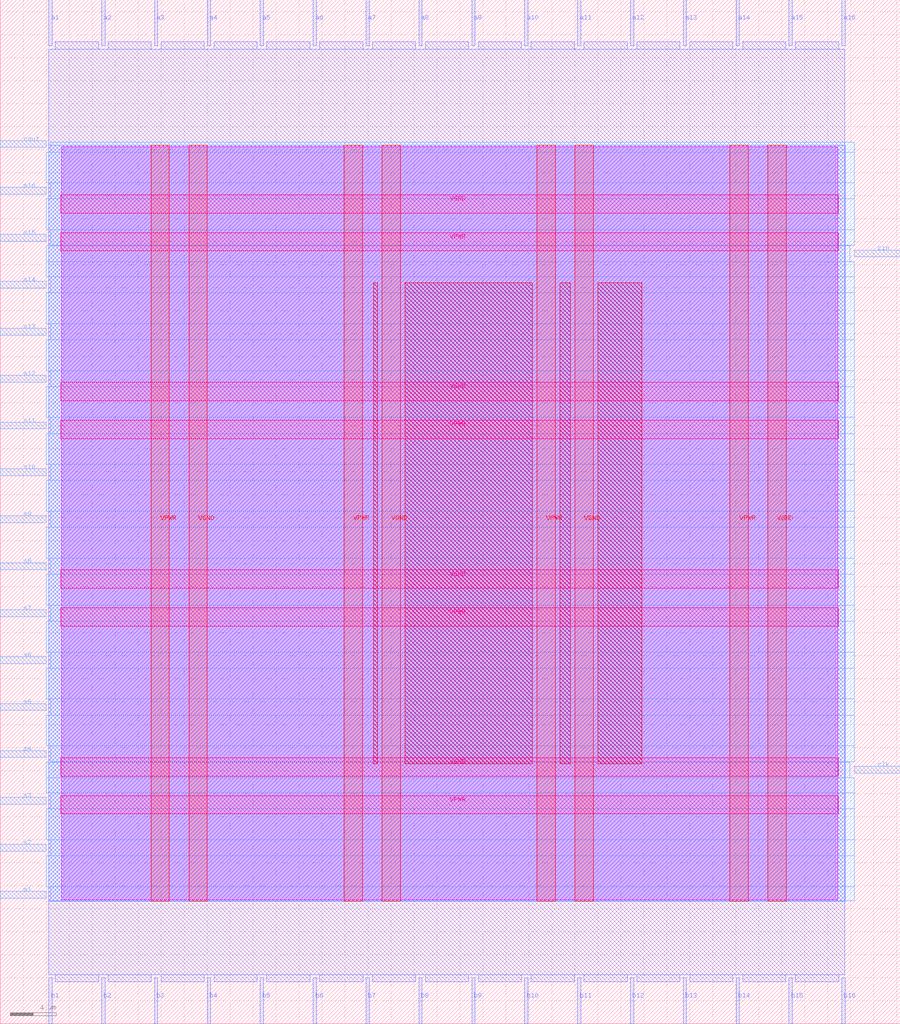
<source format=lef>
VERSION 5.7 ;
  NOWIREEXTENSIONATPIN ON ;
  DIVIDERCHAR "/" ;
  BUSBITCHARS "[]" ;
MACRO adder
  CLASS BLOCK ;
  FOREIGN adder ;
  ORIGIN 0.000 0.000 ;
  SIZE 78.305 BY 89.025 ;
  PIN VGND
    DIRECTION INOUT ;
    USE GROUND ;
    PORT
      LAYER met4 ;
        RECT 16.415 10.640 18.015 76.400 ;
    END
    PORT
      LAYER met4 ;
        RECT 33.205 10.640 34.805 76.400 ;
    END
    PORT
      LAYER met4 ;
        RECT 49.995 10.640 51.595 76.400 ;
    END
    PORT
      LAYER met4 ;
        RECT 66.785 10.640 68.385 76.400 ;
    END
    PORT
      LAYER met5 ;
        RECT 5.280 21.540 72.920 23.140 ;
    END
    PORT
      LAYER met5 ;
        RECT 5.280 37.860 72.920 39.460 ;
    END
    PORT
      LAYER met5 ;
        RECT 5.280 54.180 72.920 55.780 ;
    END
    PORT
      LAYER met5 ;
        RECT 5.280 70.500 72.920 72.100 ;
    END
  END VGND
  PIN VPWR
    DIRECTION INOUT ;
    USE POWER ;
    PORT
      LAYER met4 ;
        RECT 13.115 10.640 14.715 76.400 ;
    END
    PORT
      LAYER met4 ;
        RECT 29.905 10.640 31.505 76.400 ;
    END
    PORT
      LAYER met4 ;
        RECT 46.695 10.640 48.295 76.400 ;
    END
    PORT
      LAYER met4 ;
        RECT 63.485 10.640 65.085 76.400 ;
    END
    PORT
      LAYER met5 ;
        RECT 5.280 18.240 72.920 19.840 ;
    END
    PORT
      LAYER met5 ;
        RECT 5.280 34.560 72.920 36.160 ;
    END
    PORT
      LAYER met5 ;
        RECT 5.280 50.880 72.920 52.480 ;
    END
    PORT
      LAYER met5 ;
        RECT 5.280 67.200 72.920 68.800 ;
    END
  END VPWR
  PIN a1
    DIRECTION INPUT ;
    USE SIGNAL ;
    ANTENNAGATEAREA 0.196500 ;
    PORT
      LAYER met2 ;
        RECT 4.230 85.025 4.510 89.025 ;
    END
  END a1
  PIN a10
    DIRECTION INPUT ;
    USE SIGNAL ;
    ANTENNAGATEAREA 0.196500 ;
    PORT
      LAYER met2 ;
        RECT 45.630 85.025 45.910 89.025 ;
    END
  END a10
  PIN a11
    DIRECTION INPUT ;
    USE SIGNAL ;
    ANTENNAGATEAREA 0.196500 ;
    PORT
      LAYER met2 ;
        RECT 50.230 85.025 50.510 89.025 ;
    END
  END a11
  PIN a12
    DIRECTION INPUT ;
    USE SIGNAL ;
    ANTENNAGATEAREA 0.196500 ;
    PORT
      LAYER met2 ;
        RECT 54.830 85.025 55.110 89.025 ;
    END
  END a12
  PIN a13
    DIRECTION INPUT ;
    USE SIGNAL ;
    ANTENNAGATEAREA 0.196500 ;
    PORT
      LAYER met2 ;
        RECT 59.430 85.025 59.710 89.025 ;
    END
  END a13
  PIN a14
    DIRECTION INPUT ;
    USE SIGNAL ;
    ANTENNAGATEAREA 0.196500 ;
    PORT
      LAYER met2 ;
        RECT 64.030 85.025 64.310 89.025 ;
    END
  END a14
  PIN a15
    DIRECTION INPUT ;
    USE SIGNAL ;
    ANTENNAGATEAREA 0.196500 ;
    PORT
      LAYER met2 ;
        RECT 68.630 85.025 68.910 89.025 ;
    END
  END a15
  PIN a16
    DIRECTION INPUT ;
    USE SIGNAL ;
    ANTENNAGATEAREA 0.196500 ;
    PORT
      LAYER met2 ;
        RECT 73.230 85.025 73.510 89.025 ;
    END
  END a16
  PIN a2
    DIRECTION INPUT ;
    USE SIGNAL ;
    ANTENNAGATEAREA 0.196500 ;
    PORT
      LAYER met2 ;
        RECT 8.830 85.025 9.110 89.025 ;
    END
  END a2
  PIN a3
    DIRECTION INPUT ;
    USE SIGNAL ;
    ANTENNAGATEAREA 0.196500 ;
    PORT
      LAYER met2 ;
        RECT 13.430 85.025 13.710 89.025 ;
    END
  END a3
  PIN a4
    DIRECTION INPUT ;
    USE SIGNAL ;
    ANTENNAGATEAREA 0.196500 ;
    PORT
      LAYER met2 ;
        RECT 18.030 85.025 18.310 89.025 ;
    END
  END a4
  PIN a5
    DIRECTION INPUT ;
    USE SIGNAL ;
    ANTENNAGATEAREA 0.196500 ;
    PORT
      LAYER met2 ;
        RECT 22.630 85.025 22.910 89.025 ;
    END
  END a5
  PIN a6
    DIRECTION INPUT ;
    USE SIGNAL ;
    ANTENNAGATEAREA 0.196500 ;
    PORT
      LAYER met2 ;
        RECT 27.230 85.025 27.510 89.025 ;
    END
  END a6
  PIN a7
    DIRECTION INPUT ;
    USE SIGNAL ;
    ANTENNAGATEAREA 0.196500 ;
    PORT
      LAYER met2 ;
        RECT 31.830 85.025 32.110 89.025 ;
    END
  END a7
  PIN a8
    DIRECTION INPUT ;
    USE SIGNAL ;
    ANTENNAGATEAREA 0.196500 ;
    PORT
      LAYER met2 ;
        RECT 36.430 85.025 36.710 89.025 ;
    END
  END a8
  PIN a9
    DIRECTION INPUT ;
    USE SIGNAL ;
    ANTENNAGATEAREA 0.196500 ;
    PORT
      LAYER met2 ;
        RECT 41.030 85.025 41.310 89.025 ;
    END
  END a9
  PIN b1
    DIRECTION INPUT ;
    USE SIGNAL ;
    ANTENNAGATEAREA 0.196500 ;
    PORT
      LAYER met2 ;
        RECT 4.230 0.000 4.510 4.000 ;
    END
  END b1
  PIN b10
    DIRECTION INPUT ;
    USE SIGNAL ;
    ANTENNAGATEAREA 0.196500 ;
    PORT
      LAYER met2 ;
        RECT 45.630 0.000 45.910 4.000 ;
    END
  END b10
  PIN b11
    DIRECTION INPUT ;
    USE SIGNAL ;
    ANTENNAGATEAREA 0.196500 ;
    PORT
      LAYER met2 ;
        RECT 50.230 0.000 50.510 4.000 ;
    END
  END b11
  PIN b12
    DIRECTION INPUT ;
    USE SIGNAL ;
    ANTENNAGATEAREA 0.196500 ;
    PORT
      LAYER met2 ;
        RECT 54.830 0.000 55.110 4.000 ;
    END
  END b12
  PIN b13
    DIRECTION INPUT ;
    USE SIGNAL ;
    ANTENNAGATEAREA 0.196500 ;
    PORT
      LAYER met2 ;
        RECT 59.430 0.000 59.710 4.000 ;
    END
  END b13
  PIN b14
    DIRECTION INPUT ;
    USE SIGNAL ;
    ANTENNAGATEAREA 0.196500 ;
    PORT
      LAYER met2 ;
        RECT 64.030 0.000 64.310 4.000 ;
    END
  END b14
  PIN b15
    DIRECTION INPUT ;
    USE SIGNAL ;
    ANTENNAGATEAREA 0.196500 ;
    PORT
      LAYER met2 ;
        RECT 68.630 0.000 68.910 4.000 ;
    END
  END b15
  PIN b16
    DIRECTION INPUT ;
    USE SIGNAL ;
    ANTENNAGATEAREA 0.196500 ;
    PORT
      LAYER met2 ;
        RECT 73.230 0.000 73.510 4.000 ;
    END
  END b16
  PIN b2
    DIRECTION INPUT ;
    USE SIGNAL ;
    ANTENNAGATEAREA 0.196500 ;
    PORT
      LAYER met2 ;
        RECT 8.830 0.000 9.110 4.000 ;
    END
  END b2
  PIN b3
    DIRECTION INPUT ;
    USE SIGNAL ;
    ANTENNAGATEAREA 0.196500 ;
    PORT
      LAYER met2 ;
        RECT 13.430 0.000 13.710 4.000 ;
    END
  END b3
  PIN b4
    DIRECTION INPUT ;
    USE SIGNAL ;
    ANTENNAGATEAREA 0.196500 ;
    PORT
      LAYER met2 ;
        RECT 18.030 0.000 18.310 4.000 ;
    END
  END b4
  PIN b5
    DIRECTION INPUT ;
    USE SIGNAL ;
    ANTENNAGATEAREA 0.196500 ;
    PORT
      LAYER met2 ;
        RECT 22.630 0.000 22.910 4.000 ;
    END
  END b5
  PIN b6
    DIRECTION INPUT ;
    USE SIGNAL ;
    ANTENNAGATEAREA 0.196500 ;
    PORT
      LAYER met2 ;
        RECT 27.230 0.000 27.510 4.000 ;
    END
  END b6
  PIN b7
    DIRECTION INPUT ;
    USE SIGNAL ;
    ANTENNAGATEAREA 0.196500 ;
    PORT
      LAYER met2 ;
        RECT 31.830 0.000 32.110 4.000 ;
    END
  END b7
  PIN b8
    DIRECTION INPUT ;
    USE SIGNAL ;
    ANTENNAGATEAREA 0.196500 ;
    PORT
      LAYER met2 ;
        RECT 36.430 0.000 36.710 4.000 ;
    END
  END b8
  PIN b9
    DIRECTION INPUT ;
    USE SIGNAL ;
    ANTENNAGATEAREA 0.196500 ;
    PORT
      LAYER met2 ;
        RECT 41.030 0.000 41.310 4.000 ;
    END
  END b9
  PIN cin
    DIRECTION INPUT ;
    USE SIGNAL ;
    ANTENNAGATEAREA 0.196500 ;
    PORT
      LAYER met3 ;
        RECT 74.305 66.680 78.305 67.280 ;
    END
  END cin
  PIN clk
    DIRECTION INPUT ;
    USE SIGNAL ;
    ANTENNAGATEAREA 0.852000 ;
    PORT
      LAYER met3 ;
        RECT 74.305 21.800 78.305 22.400 ;
    END
  END clk
  PIN cout
    DIRECTION OUTPUT ;
    USE SIGNAL ;
    ANTENNADIFFAREA 0.340600 ;
    PORT
      LAYER met3 ;
        RECT 0.000 76.200 4.000 76.800 ;
    END
  END cout
  PIN s1
    DIRECTION OUTPUT ;
    USE SIGNAL ;
    ANTENNADIFFAREA 0.340600 ;
    PORT
      LAYER met3 ;
        RECT 0.000 10.920 4.000 11.520 ;
    END
  END s1
  PIN s10
    DIRECTION OUTPUT ;
    USE SIGNAL ;
    ANTENNADIFFAREA 0.340600 ;
    PORT
      LAYER met3 ;
        RECT 0.000 47.640 4.000 48.240 ;
    END
  END s10
  PIN s11
    DIRECTION OUTPUT ;
    USE SIGNAL ;
    ANTENNADIFFAREA 0.340600 ;
    PORT
      LAYER met3 ;
        RECT 0.000 51.720 4.000 52.320 ;
    END
  END s11
  PIN s12
    DIRECTION OUTPUT ;
    USE SIGNAL ;
    ANTENNADIFFAREA 0.340600 ;
    PORT
      LAYER met3 ;
        RECT 0.000 55.800 4.000 56.400 ;
    END
  END s12
  PIN s13
    DIRECTION OUTPUT ;
    USE SIGNAL ;
    ANTENNADIFFAREA 0.340600 ;
    PORT
      LAYER met3 ;
        RECT 0.000 59.880 4.000 60.480 ;
    END
  END s13
  PIN s14
    DIRECTION OUTPUT ;
    USE SIGNAL ;
    ANTENNADIFFAREA 0.340600 ;
    PORT
      LAYER met3 ;
        RECT 0.000 63.960 4.000 64.560 ;
    END
  END s14
  PIN s15
    DIRECTION OUTPUT ;
    USE SIGNAL ;
    ANTENNADIFFAREA 0.340600 ;
    PORT
      LAYER met3 ;
        RECT 0.000 68.040 4.000 68.640 ;
    END
  END s15
  PIN s16
    DIRECTION OUTPUT ;
    USE SIGNAL ;
    ANTENNADIFFAREA 0.340600 ;
    PORT
      LAYER met3 ;
        RECT 0.000 72.120 4.000 72.720 ;
    END
  END s16
  PIN s2
    DIRECTION OUTPUT ;
    USE SIGNAL ;
    ANTENNADIFFAREA 0.340600 ;
    PORT
      LAYER met3 ;
        RECT 0.000 15.000 4.000 15.600 ;
    END
  END s2
  PIN s3
    DIRECTION OUTPUT ;
    USE SIGNAL ;
    ANTENNADIFFAREA 0.340600 ;
    PORT
      LAYER met3 ;
        RECT 0.000 19.080 4.000 19.680 ;
    END
  END s3
  PIN s4
    DIRECTION OUTPUT ;
    USE SIGNAL ;
    ANTENNADIFFAREA 0.340600 ;
    PORT
      LAYER met3 ;
        RECT 0.000 23.160 4.000 23.760 ;
    END
  END s4
  PIN s5
    DIRECTION OUTPUT ;
    USE SIGNAL ;
    ANTENNADIFFAREA 0.340600 ;
    PORT
      LAYER met3 ;
        RECT 0.000 27.240 4.000 27.840 ;
    END
  END s5
  PIN s6
    DIRECTION OUTPUT ;
    USE SIGNAL ;
    ANTENNADIFFAREA 0.340600 ;
    PORT
      LAYER met3 ;
        RECT 0.000 31.320 4.000 31.920 ;
    END
  END s6
  PIN s7
    DIRECTION OUTPUT ;
    USE SIGNAL ;
    ANTENNADIFFAREA 0.340600 ;
    PORT
      LAYER met3 ;
        RECT 0.000 35.400 4.000 36.000 ;
    END
  END s7
  PIN s8
    DIRECTION OUTPUT ;
    USE SIGNAL ;
    ANTENNADIFFAREA 0.340600 ;
    PORT
      LAYER met3 ;
        RECT 0.000 39.480 4.000 40.080 ;
    END
  END s8
  PIN s9
    DIRECTION OUTPUT ;
    USE SIGNAL ;
    ANTENNADIFFAREA 0.340600 ;
    PORT
      LAYER met3 ;
        RECT 0.000 43.560 4.000 44.160 ;
    END
  END s9
  OBS
      LAYER nwell ;
        RECT 5.330 10.795 72.870 76.245 ;
      LAYER li1 ;
        RECT 5.520 10.795 72.680 76.245 ;
      LAYER met1 ;
        RECT 4.210 10.640 73.530 76.400 ;
      LAYER met2 ;
        RECT 4.790 84.745 8.550 85.410 ;
        RECT 9.390 84.745 13.150 85.410 ;
        RECT 13.990 84.745 17.750 85.410 ;
        RECT 18.590 84.745 22.350 85.410 ;
        RECT 23.190 84.745 26.950 85.410 ;
        RECT 27.790 84.745 31.550 85.410 ;
        RECT 32.390 84.745 36.150 85.410 ;
        RECT 36.990 84.745 40.750 85.410 ;
        RECT 41.590 84.745 45.350 85.410 ;
        RECT 46.190 84.745 49.950 85.410 ;
        RECT 50.790 84.745 54.550 85.410 ;
        RECT 55.390 84.745 59.150 85.410 ;
        RECT 59.990 84.745 63.750 85.410 ;
        RECT 64.590 84.745 68.350 85.410 ;
        RECT 69.190 84.745 72.950 85.410 ;
        RECT 4.230 4.280 73.500 84.745 ;
        RECT 4.790 3.670 8.550 4.280 ;
        RECT 9.390 3.670 13.150 4.280 ;
        RECT 13.990 3.670 17.750 4.280 ;
        RECT 18.590 3.670 22.350 4.280 ;
        RECT 23.190 3.670 26.950 4.280 ;
        RECT 27.790 3.670 31.550 4.280 ;
        RECT 32.390 3.670 36.150 4.280 ;
        RECT 36.990 3.670 40.750 4.280 ;
        RECT 41.590 3.670 45.350 4.280 ;
        RECT 46.190 3.670 49.950 4.280 ;
        RECT 50.790 3.670 54.550 4.280 ;
        RECT 55.390 3.670 59.150 4.280 ;
        RECT 59.990 3.670 63.750 4.280 ;
        RECT 64.590 3.670 68.350 4.280 ;
        RECT 69.190 3.670 72.950 4.280 ;
      LAYER met3 ;
        RECT 4.400 75.800 74.305 76.665 ;
        RECT 3.990 73.120 74.305 75.800 ;
        RECT 4.400 71.720 74.305 73.120 ;
        RECT 3.990 69.040 74.305 71.720 ;
        RECT 4.400 67.680 74.305 69.040 ;
        RECT 4.400 67.640 73.905 67.680 ;
        RECT 3.990 66.280 73.905 67.640 ;
        RECT 3.990 64.960 74.305 66.280 ;
        RECT 4.400 63.560 74.305 64.960 ;
        RECT 3.990 60.880 74.305 63.560 ;
        RECT 4.400 59.480 74.305 60.880 ;
        RECT 3.990 56.800 74.305 59.480 ;
        RECT 4.400 55.400 74.305 56.800 ;
        RECT 3.990 52.720 74.305 55.400 ;
        RECT 4.400 51.320 74.305 52.720 ;
        RECT 3.990 48.640 74.305 51.320 ;
        RECT 4.400 47.240 74.305 48.640 ;
        RECT 3.990 44.560 74.305 47.240 ;
        RECT 4.400 43.160 74.305 44.560 ;
        RECT 3.990 40.480 74.305 43.160 ;
        RECT 4.400 39.080 74.305 40.480 ;
        RECT 3.990 36.400 74.305 39.080 ;
        RECT 4.400 35.000 74.305 36.400 ;
        RECT 3.990 32.320 74.305 35.000 ;
        RECT 4.400 30.920 74.305 32.320 ;
        RECT 3.990 28.240 74.305 30.920 ;
        RECT 4.400 26.840 74.305 28.240 ;
        RECT 3.990 24.160 74.305 26.840 ;
        RECT 4.400 22.800 74.305 24.160 ;
        RECT 4.400 22.760 73.905 22.800 ;
        RECT 3.990 21.400 73.905 22.760 ;
        RECT 3.990 20.080 74.305 21.400 ;
        RECT 4.400 18.680 74.305 20.080 ;
        RECT 3.990 16.000 74.305 18.680 ;
        RECT 4.400 14.600 74.305 16.000 ;
        RECT 3.990 11.920 74.305 14.600 ;
        RECT 4.400 10.715 74.305 11.920 ;
      LAYER met4 ;
        RECT 32.495 22.615 32.805 64.425 ;
        RECT 35.205 22.615 46.295 64.425 ;
        RECT 48.695 22.615 49.595 64.425 ;
        RECT 51.995 22.615 55.825 64.425 ;
  END
END adder
END LIBRARY


</source>
